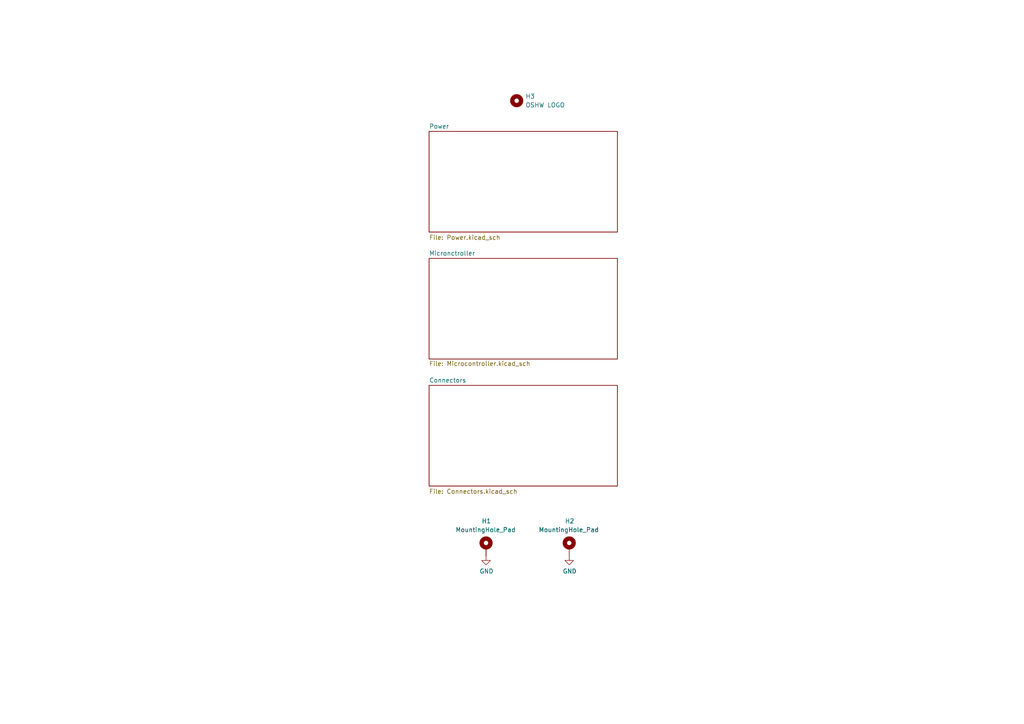
<source format=kicad_sch>
(kicad_sch (version 20250114) (generator "eeschema") (generator_version "9.0")
  (paper "A4")
  (title_block (title "ThunderSTM32") (date "2023-02-08") (rev "v1.0") (company "Yaseen M. Twati") (comment 1 "https://yaseen.ly"))
  (lib_symbols
    (symbol "Mechanical:MountingHole" (pin_names (offset 1.016))
      (property "Reference" "H" (at 0 5.08 0))
      (property "Value" "MountingHole" (at 0 3.175 0))
      (symbol "MountingHole_0_1"
        (circle (center 0 0) (radius 1.27) (stroke (width 1.27)))
      )
    )
    (symbol "Mechanical:MountingHole_Pad" (pin_numbers (hide yes)) (pin_names (offset 1.016) (hide yes))
      (property "Reference" "H" (at 0 6.35 0))
      (property "Value" "MountingHole_Pad" (at 0 4.445 0))
      (symbol "MountingHole_Pad_0_1"
        (circle (center 0 1.27) (radius 1.27) (stroke (width 1.27)))
      )
      (symbol "MountingHole_Pad_1_1"
        (pin input line (at 0 -2.54 90) (length 2.54) (name "1") (number "1"))
      )
    )
    (symbol "power:GND" (power) (pin_names (offset 0))
      (property "Value" "GND" (at 0 -3.81 0))
      (symbol "GND_0_1"
        (polyline (pts (xy 0 0) (xy 0 -1.27) (xy 1.27 -1.27) (xy 0 -2.54) (xy -1.27 -1.27) (xy 0 -1.27)))
      )
      (symbol "GND_1_1"
        (pin power_in line (at 0 0 270) (length 0) (hide yes) (name "GND") (number "1"))
      )
    )
  )
  (symbol (lib_id "Mechanical:MountingHole") (at 149.86 29.21 0) (unit 1)
    (property "Reference" "H3" (at 152.4 27.9399 0) (effects (justify left)))
    (property "Value" "OSHW LOGO" (at 152.4 30.4799 0) (effects (justify left)))
    (property "Footprint" "Symbol:OSHW-Logo2_7.3x6mm_SilkScreen" (effects (hide yes)))
  )
  (symbol (lib_id "Mechanical:MountingHole_Pad") (at 165.1 158.75 0) (unit 1)
    (property "Reference" "H2" (at 163.83 151.13 0) (effects (justify left)))
    (property "Value" "MountingHole_Pad" (at 156.21 153.67 0) (effects (justify left)))
    (property "Footprint" "MountingHole:MountingHole_3.2mm_M3_Pad_Via" (effects (hide yes)))
  )
  (symbol (lib_id "power:GND") (at 140.97 161.29 0) (unit 1)
    (property "Reference" "#PWR0107" (effects (hide yes)))
    (property "Value" "GND" (at 141.097 165.6842 0))
  )
  (symbol (lib_id "power:GND") (at 165.1 161.29 0) (unit 1)
    (property "Reference" "#PWR0106" (effects (hide yes)))
    (property "Value" "GND" (at 165.227 165.6842 0))
  )
  (symbol (lib_id "Mechanical:MountingHole_Pad") (at 140.97 158.75 0) (unit 1)
    (property "Reference" "H1" (at 139.7 151.13 0) (effects (justify left)))
    (property "Value" "MountingHole_Pad" (at 132.08 153.67 0) (effects (justify left)))
    (property "Footprint" "MountingHole:MountingHole_3.2mm_M3_Pad_Via" (effects (hide yes)))
  )
  (sheet (at 124.46 74.93) (size 54.61 29.21) (stroke (width 0.1524))
    (property "Sheetname" "Micronctroller" (at 124.46 74.2184 0) (effects (justify left bottom)))
    (property "Sheetfile" "Microcontroller.kicad_sch" (at 124.46 104.7246 0) (effects (justify left top)))
  )
  (sheet (at 124.46 111.76) (size 54.61 29.21) (stroke (width 0.1524))
    (property "Sheetname" "Connectors" (at 124.46 111.0484 0) (effects (justify left bottom)))
    (property "Sheetfile" "Connectors.kicad_sch" (at 124.46 141.8086 0) (effects (justify left top)))
  )
  (sheet (at 124.46 38.1) (size 54.61 29.21) (stroke (width 0.1524))
    (property "Sheetname" "Power" (at 124.46 37.3884 0) (effects (justify left bottom)))
    (property "Sheetfile" "Power.kicad_sch" (at 124.46 68.1486 0) (effects (justify left top)))
  )
)
</source>
